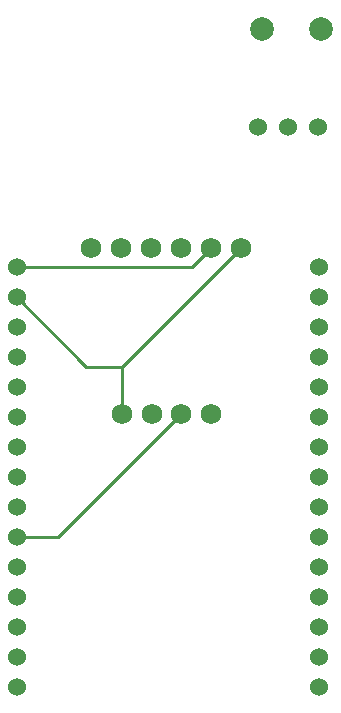
<source format=gbr>
%TF.GenerationSoftware,KiCad,Pcbnew,7.0.10*%
%TF.CreationDate,2024-02-06T12:45:22-08:00*%
%TF.ProjectId,Rocket_v1,526f636b-6574-45f7-9631-2e6b69636164,rev?*%
%TF.SameCoordinates,Original*%
%TF.FileFunction,Copper,L2,Bot*%
%TF.FilePolarity,Positive*%
%FSLAX46Y46*%
G04 Gerber Fmt 4.6, Leading zero omitted, Abs format (unit mm)*
G04 Created by KiCad (PCBNEW 7.0.10) date 2024-02-06 12:45:22*
%MOMM*%
%LPD*%
G01*
G04 APERTURE LIST*
%TA.AperFunction,ComponentPad*%
%ADD10C,2.000000*%
%TD*%
%TA.AperFunction,ComponentPad*%
%ADD11C,1.524000*%
%TD*%
%TA.AperFunction,ComponentPad*%
%ADD12C,1.750000*%
%TD*%
%TA.AperFunction,Conductor*%
%ADD13C,0.250000*%
%TD*%
G04 APERTURE END LIST*
D10*
%TO.P,Screw1,1,Pos*%
%TO.N,Net-(Mosfet1-Drain)*%
X73970000Y-38235000D03*
%TO.P,Screw1,2,Neg*%
%TO.N,Net-(Mosfet1-Source)*%
X78970000Y-38235000D03*
%TD*%
D11*
%TO.P,Mosfet1,3,Source*%
%TO.N,Net-(Mosfet1-Source)*%
X78700000Y-46580000D03*
%TO.P,Mosfet1,2,Drain*%
%TO.N,Net-(Mosfet1-Drain)*%
X76160000Y-46580000D03*
%TO.P,Mosfet1,1,Gate(Control)*%
%TO.N,Net-(ESP1-26)*%
X73620000Y-46580000D03*
%TD*%
D12*
%TO.P,HX1,5,GND*%
%TO.N,Net-(HX1-GND)*%
X62110000Y-70840000D03*
%TO.P,HX1,6,DT*%
%TO.N,Net-(ESP1-33)*%
X64610000Y-70840000D03*
%TO.P,HX1,7,SCK*%
%TO.N,Net-(ESP1-32)*%
X67110000Y-70840000D03*
%TO.P,HX1,8,VCC*%
%TO.N,Net-(ESP1-VIN)*%
X69610000Y-70840000D03*
%TD*%
%TO.P,Sdcard1,1,CS*%
%TO.N,Net-(ESP1-13)*%
X59470000Y-56770000D03*
%TO.P,Sdcard1,2,SCK*%
%TO.N,Net-(ESP1-12)*%
X62010000Y-56770000D03*
%TO.P,Sdcard1,3,MOSI*%
%TO.N,Net-(ESP1-14)*%
X64550000Y-56770000D03*
%TO.P,Sdcard1,4,MISO*%
%TO.N,Net-(ESP1-27)*%
X67090000Y-56770000D03*
%TO.P,Sdcard1,5,VSS*%
%TO.N,Net-(ESP1-VIN)*%
X69630000Y-56770000D03*
%TO.P,Sdcard1,6,GND*%
%TO.N,Net-(HX1-GND)*%
X72170000Y-56770000D03*
%TD*%
D11*
%TO.P,ESP1,29,23*%
%TO.N,unconnected-(ESP1-23-Pad29)*%
X78740000Y-93959644D03*
%TO.P,ESP1,28,22*%
%TO.N,unconnected-(ESP1-22-Pad28)*%
X78740000Y-91421098D03*
%TO.P,ESP1,27,TX0*%
%TO.N,unconnected-(ESP1-TX0-Pad27)*%
X78740000Y-88882552D03*
%TO.P,ESP1,26,RX0*%
%TO.N,unconnected-(ESP1-RX0-Pad26)*%
X78740000Y-86344006D03*
%TO.P,ESP1,25,21*%
%TO.N,unconnected-(ESP1-21-Pad25)*%
X78740000Y-83805460D03*
%TO.P,ESP1,24,19*%
%TO.N,unconnected-(ESP1-19-Pad24)*%
X78740000Y-81266914D03*
%TO.P,ESP1,23,18*%
%TO.N,unconnected-(ESP1-18-Pad23)*%
X78740000Y-78728368D03*
%TO.P,ESP1,22,5*%
%TO.N,unconnected-(ESP1-5-Pad22)*%
X78740000Y-76189822D03*
%TO.P,ESP1,21,TX2*%
%TO.N,unconnected-(ESP1-TX2-Pad21)*%
X78740000Y-73651276D03*
%TO.P,ESP1,20,RX2*%
%TO.N,unconnected-(ESP1-RX2-Pad20)*%
X78740000Y-71112730D03*
%TO.P,ESP1,19,4*%
%TO.N,unconnected-(ESP1-4-Pad19)*%
X78740000Y-68574184D03*
%TO.P,ESP1,18,2*%
%TO.N,unconnected-(ESP1-2-Pad18)*%
X78740000Y-66035638D03*
%TO.P,ESP1,17,15*%
%TO.N,unconnected-(ESP1-15-Pad17)*%
X78740000Y-63497092D03*
%TO.P,ESP1,16,GND*%
%TO.N,unconnected-(ESP1-GND-Pad16)*%
X78740000Y-60958546D03*
%TO.P,ESP1,15,3V3*%
%TO.N,unconnected-(ESP1-3V3-Pad15)*%
X78740000Y-58420000D03*
%TO.P,ESP1,14,EN*%
%TO.N,unconnected-(ESP1-EN-Pad14)*%
X53210000Y-93959644D03*
%TO.P,ESP1,13,VP*%
%TO.N,unconnected-(ESP1-VP-Pad13)*%
X53210000Y-91421098D03*
%TO.P,ESP1,12,VN*%
%TO.N,unconnected-(ESP1-VN-Pad12)*%
X53210000Y-88882552D03*
%TO.P,ESP1,11,34*%
%TO.N,unconnected-(ESP1-34-Pad11)*%
X53210000Y-86344006D03*
%TO.P,ESP1,10,35*%
%TO.N,unconnected-(ESP1-35-Pad10)*%
X53210000Y-83805460D03*
%TO.P,ESP1,9,32*%
%TO.N,Net-(ESP1-32)*%
X53210000Y-81266914D03*
%TO.P,ESP1,8,33*%
%TO.N,Net-(ESP1-33)*%
X53210000Y-78728368D03*
%TO.P,ESP1,7,25*%
%TO.N,unconnected-(ESP1-25-Pad7)*%
X53210000Y-76189822D03*
%TO.P,ESP1,6,26*%
%TO.N,Net-(ESP1-26)*%
X53210000Y-73651276D03*
%TO.P,ESP1,5,27*%
%TO.N,Net-(ESP1-27)*%
X53210000Y-71112730D03*
%TO.P,ESP1,4,14*%
%TO.N,Net-(ESP1-14)*%
X53210000Y-68574184D03*
%TO.P,ESP1,3,12*%
%TO.N,Net-(ESP1-12)*%
X53210000Y-66035638D03*
%TO.P,ESP1,2,13*%
%TO.N,Net-(ESP1-13)*%
X53210000Y-63497092D03*
%TO.P,ESP1,1,GND*%
%TO.N,Net-(HX1-GND)*%
X53210000Y-60958546D03*
%TO.P,ESP1,0,VIN*%
%TO.N,Net-(ESP1-VIN)*%
X53210000Y-58420000D03*
%TD*%
D13*
%TO.N,Net-(ESP1-32)*%
X56683100Y-81266900D02*
X67110000Y-70840000D01*
X53210000Y-81266900D02*
X56683100Y-81266900D01*
%TO.N,Net-(HX1-GND)*%
X59081500Y-66830000D02*
X62110000Y-66830000D01*
X53210000Y-60958500D02*
X59081500Y-66830000D01*
X72170000Y-56770000D02*
X62110000Y-66830000D01*
X62110000Y-66830000D02*
X62110000Y-70840000D01*
%TO.N,Net-(ESP1-VIN)*%
X67980000Y-58420000D02*
X69630000Y-56770000D01*
X53210000Y-58420000D02*
X67980000Y-58420000D01*
%TD*%
M02*

</source>
